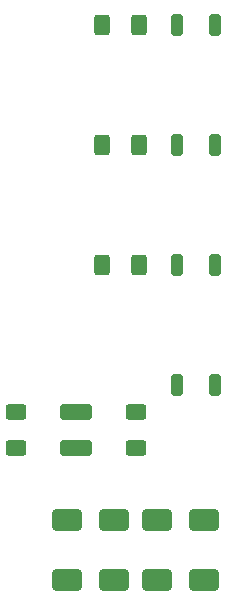
<source format=gbr>
%TF.GenerationSoftware,KiCad,Pcbnew,8.0.3-8.0.3-0~ubuntu22.04.1*%
%TF.CreationDate,2024-08-09T14:07:44+03:00*%
%TF.ProjectId,PM-PS-AC230-front,504d2d50-532d-4414-9332-33302d66726f,rev?*%
%TF.SameCoordinates,Original*%
%TF.FileFunction,Paste,Bot*%
%TF.FilePolarity,Positive*%
%FSLAX46Y46*%
G04 Gerber Fmt 4.6, Leading zero omitted, Abs format (unit mm)*
G04 Created by KiCad (PCBNEW 8.0.3-8.0.3-0~ubuntu22.04.1) date 2024-08-09 14:07:44*
%MOMM*%
%LPD*%
G01*
G04 APERTURE LIST*
G04 Aperture macros list*
%AMRoundRect*
0 Rectangle with rounded corners*
0 $1 Rounding radius*
0 $2 $3 $4 $5 $6 $7 $8 $9 X,Y pos of 4 corners*
0 Add a 4 corners polygon primitive as box body*
4,1,4,$2,$3,$4,$5,$6,$7,$8,$9,$2,$3,0*
0 Add four circle primitives for the rounded corners*
1,1,$1+$1,$2,$3*
1,1,$1+$1,$4,$5*
1,1,$1+$1,$6,$7*
1,1,$1+$1,$8,$9*
0 Add four rect primitives between the rounded corners*
20,1,$1+$1,$2,$3,$4,$5,0*
20,1,$1+$1,$4,$5,$6,$7,0*
20,1,$1+$1,$6,$7,$8,$9,0*
20,1,$1+$1,$8,$9,$2,$3,0*%
G04 Aperture macros list end*
%ADD10RoundRect,0.250000X-0.400000X-0.625000X0.400000X-0.625000X0.400000X0.625000X-0.400000X0.625000X0*%
%ADD11RoundRect,0.250000X-0.625000X0.400000X-0.625000X-0.400000X0.625000X-0.400000X0.625000X0.400000X0*%
%ADD12RoundRect,0.250000X1.000000X0.650000X-1.000000X0.650000X-1.000000X-0.650000X1.000000X-0.650000X0*%
%ADD13RoundRect,0.190000X0.285000X0.710000X-0.285000X0.710000X-0.285000X-0.710000X0.285000X-0.710000X0*%
%ADD14RoundRect,0.190000X-0.285000X-0.710000X0.285000X-0.710000X0.285000X0.710000X-0.285000X0.710000X0*%
%ADD15RoundRect,0.250000X-1.100000X0.412500X-1.100000X-0.412500X1.100000X-0.412500X1.100000X0.412500X0*%
G04 APERTURE END LIST*
D10*
%TO.C,R4*%
X69570000Y-87630000D03*
X72670000Y-87630000D03*
%TD*%
D11*
%TO.C,R1*%
X72390000Y-110210000D03*
X72390000Y-113310000D03*
%TD*%
D12*
%TO.C,D1*%
X70580000Y-119380000D03*
X66580000Y-119380000D03*
%TD*%
D13*
%TO.C,D5*%
X79070000Y-97790000D03*
X75870000Y-97790000D03*
%TD*%
%TO.C,D7*%
X79070000Y-87630000D03*
X75870000Y-87630000D03*
%TD*%
D12*
%TO.C,D3*%
X70580000Y-124460000D03*
X66580000Y-124460000D03*
%TD*%
D10*
%TO.C,R5*%
X69570000Y-97790000D03*
X72670000Y-97790000D03*
%TD*%
D12*
%TO.C,D4*%
X78200000Y-124460000D03*
X74200000Y-124460000D03*
%TD*%
D11*
%TO.C,R2*%
X62230000Y-110210000D03*
X62230000Y-113310000D03*
%TD*%
D14*
%TO.C,D8*%
X75870000Y-107950000D03*
X79070000Y-107950000D03*
%TD*%
D10*
%TO.C,R3*%
X69570000Y-77470000D03*
X72670000Y-77470000D03*
%TD*%
D12*
%TO.C,D2*%
X78200000Y-119380000D03*
X74200000Y-119380000D03*
%TD*%
D15*
%TO.C,C1*%
X67310000Y-110197500D03*
X67310000Y-113322500D03*
%TD*%
D13*
%TO.C,D6*%
X79070000Y-77470000D03*
X75870000Y-77470000D03*
%TD*%
M02*

</source>
